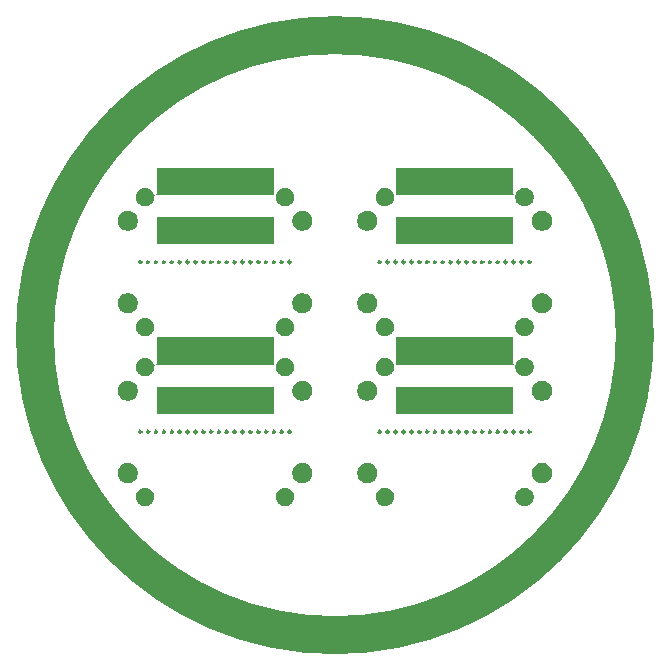
<source format=gbr>
G04 #@! TF.GenerationSoftware,KiCad,Pcbnew,(5.1.6)-1*
G04 #@! TF.CreationDate,2020-07-22T15:01:34-06:00*
G04 #@! TF.ProjectId,Gateway04,47617465-7761-4793-9034-2e6b69636164,rev?*
G04 #@! TF.SameCoordinates,Original*
G04 #@! TF.FileFunction,Soldermask,Bot*
G04 #@! TF.FilePolarity,Negative*
%FSLAX46Y46*%
G04 Gerber Fmt 4.6, Leading zero omitted, Abs format (unit mm)*
G04 Created by KiCad (PCBNEW (5.1.6)-1) date 2020-07-22 15:01:34*
%MOMM*%
%LPD*%
G01*
G04 APERTURE LIST*
%ADD10C,3.200000*%
%ADD11C,0.250000*%
%ADD12C,0.100000*%
G04 APERTURE END LIST*
D10*
X119252000Y-97250000D02*
G75*
G03*
X119252000Y-97250000I-25400000J0D01*
G01*
D11*
X101767200Y-105443000D02*
G75*
G03*
X101767200Y-105443000I-100000J0D01*
G01*
X81483200Y-105443000D02*
G75*
G03*
X81483200Y-105443000I-100000J0D01*
G01*
X101767200Y-91057000D02*
G75*
G03*
X101767200Y-91057000I-100000J0D01*
G01*
X105756000Y-105443000D02*
G75*
G03*
X105756000Y-105443000I-100000J0D01*
G01*
X85472000Y-105443000D02*
G75*
G03*
X85472000Y-105443000I-100000J0D01*
G01*
X105756000Y-91057000D02*
G75*
G03*
X105756000Y-91057000I-100000J0D01*
G01*
X106420800Y-105443000D02*
G75*
G03*
X106420800Y-105443000I-100000J0D01*
G01*
X86136800Y-105443000D02*
G75*
G03*
X86136800Y-105443000I-100000J0D01*
G01*
X106420800Y-91057000D02*
G75*
G03*
X106420800Y-91057000I-100000J0D01*
G01*
X103096800Y-105443000D02*
G75*
G03*
X103096800Y-105443000I-100000J0D01*
G01*
X82812800Y-105443000D02*
G75*
G03*
X82812800Y-105443000I-100000J0D01*
G01*
X103096800Y-91057000D02*
G75*
G03*
X103096800Y-91057000I-100000J0D01*
G01*
X103761600Y-105443000D02*
G75*
G03*
X103761600Y-105443000I-100000J0D01*
G01*
X83477600Y-105443000D02*
G75*
G03*
X83477600Y-105443000I-100000J0D01*
G01*
X103761600Y-91057000D02*
G75*
G03*
X103761600Y-91057000I-100000J0D01*
G01*
X99772800Y-105443000D02*
G75*
G03*
X99772800Y-105443000I-100000J0D01*
G01*
X79488800Y-105443000D02*
G75*
G03*
X79488800Y-105443000I-100000J0D01*
G01*
X99772800Y-91057000D02*
G75*
G03*
X99772800Y-91057000I-100000J0D01*
G01*
X107085600Y-105443000D02*
G75*
G03*
X107085600Y-105443000I-100000J0D01*
G01*
X86801600Y-105443000D02*
G75*
G03*
X86801600Y-105443000I-100000J0D01*
G01*
X107085600Y-91057000D02*
G75*
G03*
X107085600Y-91057000I-100000J0D01*
G01*
X104426400Y-105443000D02*
G75*
G03*
X104426400Y-105443000I-100000J0D01*
G01*
X84142400Y-105443000D02*
G75*
G03*
X84142400Y-105443000I-100000J0D01*
G01*
X104426400Y-91057000D02*
G75*
G03*
X104426400Y-91057000I-100000J0D01*
G01*
X100437600Y-105443000D02*
G75*
G03*
X100437600Y-105443000I-100000J0D01*
G01*
X80153600Y-105443000D02*
G75*
G03*
X80153600Y-105443000I-100000J0D01*
G01*
X100437600Y-91057000D02*
G75*
G03*
X100437600Y-91057000I-100000J0D01*
G01*
X98423200Y-105443000D02*
G75*
G03*
X98423200Y-105443000I-100000J0D01*
G01*
X78139200Y-105443000D02*
G75*
G03*
X78139200Y-105443000I-100000J0D01*
G01*
X98423200Y-91057000D02*
G75*
G03*
X98423200Y-91057000I-100000J0D01*
G01*
X108415200Y-105443000D02*
G75*
G03*
X108415200Y-105443000I-100000J0D01*
G01*
X88131200Y-105443000D02*
G75*
G03*
X88131200Y-105443000I-100000J0D01*
G01*
X108415200Y-91057000D02*
G75*
G03*
X108415200Y-91057000I-100000J0D01*
G01*
X110409600Y-105443000D02*
G75*
G03*
X110409600Y-105443000I-100000J0D01*
G01*
X90125600Y-105443000D02*
G75*
G03*
X90125600Y-105443000I-100000J0D01*
G01*
X110409600Y-91057000D02*
G75*
G03*
X110409600Y-91057000I-100000J0D01*
G01*
X109080000Y-105443000D02*
G75*
G03*
X109080000Y-105443000I-100000J0D01*
G01*
X88796000Y-105443000D02*
G75*
G03*
X88796000Y-105443000I-100000J0D01*
G01*
X109080000Y-91057000D02*
G75*
G03*
X109080000Y-91057000I-100000J0D01*
G01*
X107750400Y-105443000D02*
G75*
G03*
X107750400Y-105443000I-100000J0D01*
G01*
X87466400Y-105443000D02*
G75*
G03*
X87466400Y-105443000I-100000J0D01*
G01*
X107750400Y-91057000D02*
G75*
G03*
X107750400Y-91057000I-100000J0D01*
G01*
X109744800Y-105443000D02*
G75*
G03*
X109744800Y-105443000I-100000J0D01*
G01*
X89460800Y-105443000D02*
G75*
G03*
X89460800Y-105443000I-100000J0D01*
G01*
X109744800Y-91057000D02*
G75*
G03*
X109744800Y-91057000I-100000J0D01*
G01*
X97758400Y-105443000D02*
G75*
G03*
X97758400Y-105443000I-100000J0D01*
G01*
X77474400Y-105443000D02*
G75*
G03*
X77474400Y-105443000I-100000J0D01*
G01*
X97758400Y-91057000D02*
G75*
G03*
X97758400Y-91057000I-100000J0D01*
G01*
X101102400Y-105443000D02*
G75*
G03*
X101102400Y-105443000I-100000J0D01*
G01*
X80818400Y-105443000D02*
G75*
G03*
X80818400Y-105443000I-100000J0D01*
G01*
X101102400Y-91057000D02*
G75*
G03*
X101102400Y-91057000I-100000J0D01*
G01*
X102432000Y-105443000D02*
G75*
G03*
X102432000Y-105443000I-100000J0D01*
G01*
X82148000Y-105443000D02*
G75*
G03*
X82148000Y-105443000I-100000J0D01*
G01*
X102432000Y-91057000D02*
G75*
G03*
X102432000Y-91057000I-100000J0D01*
G01*
X99088000Y-105443000D02*
G75*
G03*
X99088000Y-105443000I-100000J0D01*
G01*
X78804000Y-105443000D02*
G75*
G03*
X78804000Y-105443000I-100000J0D01*
G01*
X99088000Y-91057000D02*
G75*
G03*
X99088000Y-91057000I-100000J0D01*
G01*
X105091200Y-105443000D02*
G75*
G03*
X105091200Y-105443000I-100000J0D01*
G01*
X84807200Y-105443000D02*
G75*
G03*
X84807200Y-105443000I-100000J0D01*
G01*
X105091200Y-91057000D02*
G75*
G03*
X105091200Y-91057000I-100000J0D01*
G01*
X84807200Y-91057000D02*
G75*
G03*
X84807200Y-91057000I-100000J0D01*
G01*
X78804000Y-91057000D02*
G75*
G03*
X78804000Y-91057000I-100000J0D01*
G01*
X82148000Y-91057000D02*
G75*
G03*
X82148000Y-91057000I-100000J0D01*
G01*
X80818400Y-91057000D02*
G75*
G03*
X80818400Y-91057000I-100000J0D01*
G01*
X77474400Y-91057000D02*
G75*
G03*
X77474400Y-91057000I-100000J0D01*
G01*
X89460800Y-91057000D02*
G75*
G03*
X89460800Y-91057000I-100000J0D01*
G01*
X87466400Y-91057000D02*
G75*
G03*
X87466400Y-91057000I-100000J0D01*
G01*
X88796000Y-91057000D02*
G75*
G03*
X88796000Y-91057000I-100000J0D01*
G01*
X90125600Y-91057000D02*
G75*
G03*
X90125600Y-91057000I-100000J0D01*
G01*
X88131200Y-91057000D02*
G75*
G03*
X88131200Y-91057000I-100000J0D01*
G01*
X78139200Y-91057000D02*
G75*
G03*
X78139200Y-91057000I-100000J0D01*
G01*
X80153600Y-91057000D02*
G75*
G03*
X80153600Y-91057000I-100000J0D01*
G01*
X84142400Y-91057000D02*
G75*
G03*
X84142400Y-91057000I-100000J0D01*
G01*
X86801600Y-91057000D02*
G75*
G03*
X86801600Y-91057000I-100000J0D01*
G01*
X79488800Y-91057000D02*
G75*
G03*
X79488800Y-91057000I-100000J0D01*
G01*
X83477600Y-91057000D02*
G75*
G03*
X83477600Y-91057000I-100000J0D01*
G01*
X82812800Y-91057000D02*
G75*
G03*
X82812800Y-91057000I-100000J0D01*
G01*
X86136800Y-91057000D02*
G75*
G03*
X86136800Y-91057000I-100000J0D01*
G01*
X85472000Y-91057000D02*
G75*
G03*
X85472000Y-91057000I-100000J0D01*
G01*
X81483200Y-91057000D02*
G75*
G03*
X81483200Y-91057000I-100000J0D01*
G01*
D12*
G36*
X89856348Y-110186820D02*
G01*
X89856350Y-110186821D01*
X89856351Y-110186821D01*
X89997574Y-110245317D01*
X89997577Y-110245319D01*
X90124669Y-110330239D01*
X90232761Y-110438331D01*
X90317681Y-110565423D01*
X90317683Y-110565426D01*
X90376179Y-110706649D01*
X90406000Y-110856571D01*
X90406000Y-111009429D01*
X90376179Y-111159351D01*
X90317683Y-111300574D01*
X90317681Y-111300577D01*
X90232761Y-111427669D01*
X90124669Y-111535761D01*
X89997577Y-111620681D01*
X89997574Y-111620683D01*
X89856351Y-111679179D01*
X89856350Y-111679179D01*
X89856348Y-111679180D01*
X89706431Y-111709000D01*
X89553569Y-111709000D01*
X89403652Y-111679180D01*
X89403650Y-111679179D01*
X89403649Y-111679179D01*
X89262426Y-111620683D01*
X89262423Y-111620681D01*
X89135331Y-111535761D01*
X89027239Y-111427669D01*
X88942319Y-111300577D01*
X88942317Y-111300574D01*
X88883821Y-111159351D01*
X88854000Y-111009429D01*
X88854000Y-110856571D01*
X88883821Y-110706649D01*
X88942317Y-110565426D01*
X88942319Y-110565423D01*
X89027239Y-110438331D01*
X89135331Y-110330239D01*
X89262423Y-110245319D01*
X89262426Y-110245317D01*
X89403649Y-110186821D01*
X89403650Y-110186821D01*
X89403652Y-110186820D01*
X89553569Y-110157000D01*
X89706431Y-110157000D01*
X89856348Y-110186820D01*
G37*
G36*
X78016348Y-110186820D02*
G01*
X78016350Y-110186821D01*
X78016351Y-110186821D01*
X78157574Y-110245317D01*
X78157577Y-110245319D01*
X78284669Y-110330239D01*
X78392761Y-110438331D01*
X78477681Y-110565423D01*
X78477683Y-110565426D01*
X78536179Y-110706649D01*
X78566000Y-110856571D01*
X78566000Y-111009429D01*
X78536179Y-111159351D01*
X78477683Y-111300574D01*
X78477681Y-111300577D01*
X78392761Y-111427669D01*
X78284669Y-111535761D01*
X78157577Y-111620681D01*
X78157574Y-111620683D01*
X78016351Y-111679179D01*
X78016350Y-111679179D01*
X78016348Y-111679180D01*
X77866431Y-111709000D01*
X77713569Y-111709000D01*
X77563652Y-111679180D01*
X77563650Y-111679179D01*
X77563649Y-111679179D01*
X77422426Y-111620683D01*
X77422423Y-111620681D01*
X77295331Y-111535761D01*
X77187239Y-111427669D01*
X77102319Y-111300577D01*
X77102317Y-111300574D01*
X77043821Y-111159351D01*
X77014000Y-111009429D01*
X77014000Y-110856571D01*
X77043821Y-110706649D01*
X77102317Y-110565426D01*
X77102319Y-110565423D01*
X77187239Y-110438331D01*
X77295331Y-110330239D01*
X77422423Y-110245319D01*
X77422426Y-110245317D01*
X77563649Y-110186821D01*
X77563650Y-110186821D01*
X77563652Y-110186820D01*
X77713569Y-110157000D01*
X77866431Y-110157000D01*
X78016348Y-110186820D01*
G37*
G36*
X110140348Y-110186820D02*
G01*
X110140350Y-110186821D01*
X110140351Y-110186821D01*
X110281574Y-110245317D01*
X110281577Y-110245319D01*
X110408669Y-110330239D01*
X110516761Y-110438331D01*
X110601681Y-110565423D01*
X110601683Y-110565426D01*
X110660179Y-110706649D01*
X110690000Y-110856571D01*
X110690000Y-111009429D01*
X110660179Y-111159351D01*
X110601683Y-111300574D01*
X110601681Y-111300577D01*
X110516761Y-111427669D01*
X110408669Y-111535761D01*
X110281577Y-111620681D01*
X110281574Y-111620683D01*
X110140351Y-111679179D01*
X110140350Y-111679179D01*
X110140348Y-111679180D01*
X109990431Y-111709000D01*
X109837569Y-111709000D01*
X109687652Y-111679180D01*
X109687650Y-111679179D01*
X109687649Y-111679179D01*
X109546426Y-111620683D01*
X109546423Y-111620681D01*
X109419331Y-111535761D01*
X109311239Y-111427669D01*
X109226319Y-111300577D01*
X109226317Y-111300574D01*
X109167821Y-111159351D01*
X109138000Y-111009429D01*
X109138000Y-110856571D01*
X109167821Y-110706649D01*
X109226317Y-110565426D01*
X109226319Y-110565423D01*
X109311239Y-110438331D01*
X109419331Y-110330239D01*
X109546423Y-110245319D01*
X109546426Y-110245317D01*
X109687649Y-110186821D01*
X109687650Y-110186821D01*
X109687652Y-110186820D01*
X109837569Y-110157000D01*
X109990431Y-110157000D01*
X110140348Y-110186820D01*
G37*
G36*
X98300348Y-110186820D02*
G01*
X98300350Y-110186821D01*
X98300351Y-110186821D01*
X98441574Y-110245317D01*
X98441577Y-110245319D01*
X98568669Y-110330239D01*
X98676761Y-110438331D01*
X98761681Y-110565423D01*
X98761683Y-110565426D01*
X98820179Y-110706649D01*
X98850000Y-110856571D01*
X98850000Y-111009429D01*
X98820179Y-111159351D01*
X98761683Y-111300574D01*
X98761681Y-111300577D01*
X98676761Y-111427669D01*
X98568669Y-111535761D01*
X98441577Y-111620681D01*
X98441574Y-111620683D01*
X98300351Y-111679179D01*
X98300350Y-111679179D01*
X98300348Y-111679180D01*
X98150431Y-111709000D01*
X97997569Y-111709000D01*
X97847652Y-111679180D01*
X97847650Y-111679179D01*
X97847649Y-111679179D01*
X97706426Y-111620683D01*
X97706423Y-111620681D01*
X97579331Y-111535761D01*
X97471239Y-111427669D01*
X97386319Y-111300577D01*
X97386317Y-111300574D01*
X97327821Y-111159351D01*
X97298000Y-111009429D01*
X97298000Y-110856571D01*
X97327821Y-110706649D01*
X97386317Y-110565426D01*
X97386319Y-110565423D01*
X97471239Y-110438331D01*
X97579331Y-110330239D01*
X97706423Y-110245319D01*
X97706426Y-110245317D01*
X97847649Y-110186821D01*
X97847650Y-110186821D01*
X97847652Y-110186820D01*
X97997569Y-110157000D01*
X98150431Y-110157000D01*
X98300348Y-110186820D01*
G37*
G36*
X76563228Y-108114703D02*
G01*
X76718100Y-108178853D01*
X76857481Y-108271985D01*
X76976015Y-108390519D01*
X77069147Y-108529900D01*
X77133297Y-108684772D01*
X77166000Y-108849184D01*
X77166000Y-109016816D01*
X77133297Y-109181228D01*
X77069147Y-109336100D01*
X76976015Y-109475481D01*
X76857481Y-109594015D01*
X76718100Y-109687147D01*
X76563228Y-109751297D01*
X76398816Y-109784000D01*
X76231184Y-109784000D01*
X76066772Y-109751297D01*
X75911900Y-109687147D01*
X75772519Y-109594015D01*
X75653985Y-109475481D01*
X75560853Y-109336100D01*
X75496703Y-109181228D01*
X75464000Y-109016816D01*
X75464000Y-108849184D01*
X75496703Y-108684772D01*
X75560853Y-108529900D01*
X75653985Y-108390519D01*
X75772519Y-108271985D01*
X75911900Y-108178853D01*
X76066772Y-108114703D01*
X76231184Y-108082000D01*
X76398816Y-108082000D01*
X76563228Y-108114703D01*
G37*
G36*
X91353228Y-108114703D02*
G01*
X91508100Y-108178853D01*
X91647481Y-108271985D01*
X91766015Y-108390519D01*
X91859147Y-108529900D01*
X91923297Y-108684772D01*
X91956000Y-108849184D01*
X91956000Y-109016816D01*
X91923297Y-109181228D01*
X91859147Y-109336100D01*
X91766015Y-109475481D01*
X91647481Y-109594015D01*
X91508100Y-109687147D01*
X91353228Y-109751297D01*
X91188816Y-109784000D01*
X91021184Y-109784000D01*
X90856772Y-109751297D01*
X90701900Y-109687147D01*
X90562519Y-109594015D01*
X90443985Y-109475481D01*
X90350853Y-109336100D01*
X90286703Y-109181228D01*
X90254000Y-109016816D01*
X90254000Y-108849184D01*
X90286703Y-108684772D01*
X90350853Y-108529900D01*
X90443985Y-108390519D01*
X90562519Y-108271985D01*
X90701900Y-108178853D01*
X90856772Y-108114703D01*
X91021184Y-108082000D01*
X91188816Y-108082000D01*
X91353228Y-108114703D01*
G37*
G36*
X111637228Y-108114703D02*
G01*
X111792100Y-108178853D01*
X111931481Y-108271985D01*
X112050015Y-108390519D01*
X112143147Y-108529900D01*
X112207297Y-108684772D01*
X112240000Y-108849184D01*
X112240000Y-109016816D01*
X112207297Y-109181228D01*
X112143147Y-109336100D01*
X112050015Y-109475481D01*
X111931481Y-109594015D01*
X111792100Y-109687147D01*
X111637228Y-109751297D01*
X111472816Y-109784000D01*
X111305184Y-109784000D01*
X111140772Y-109751297D01*
X110985900Y-109687147D01*
X110846519Y-109594015D01*
X110727985Y-109475481D01*
X110634853Y-109336100D01*
X110570703Y-109181228D01*
X110538000Y-109016816D01*
X110538000Y-108849184D01*
X110570703Y-108684772D01*
X110634853Y-108529900D01*
X110727985Y-108390519D01*
X110846519Y-108271985D01*
X110985900Y-108178853D01*
X111140772Y-108114703D01*
X111305184Y-108082000D01*
X111472816Y-108082000D01*
X111637228Y-108114703D01*
G37*
G36*
X96847228Y-108114703D02*
G01*
X97002100Y-108178853D01*
X97141481Y-108271985D01*
X97260015Y-108390519D01*
X97353147Y-108529900D01*
X97417297Y-108684772D01*
X97450000Y-108849184D01*
X97450000Y-109016816D01*
X97417297Y-109181228D01*
X97353147Y-109336100D01*
X97260015Y-109475481D01*
X97141481Y-109594015D01*
X97002100Y-109687147D01*
X96847228Y-109751297D01*
X96682816Y-109784000D01*
X96515184Y-109784000D01*
X96350772Y-109751297D01*
X96195900Y-109687147D01*
X96056519Y-109594015D01*
X95937985Y-109475481D01*
X95844853Y-109336100D01*
X95780703Y-109181228D01*
X95748000Y-109016816D01*
X95748000Y-108849184D01*
X95780703Y-108684772D01*
X95844853Y-108529900D01*
X95937985Y-108390519D01*
X96056519Y-108271985D01*
X96195900Y-108178853D01*
X96350772Y-108114703D01*
X96515184Y-108082000D01*
X96682816Y-108082000D01*
X96847228Y-108114703D01*
G37*
G36*
X88660000Y-103943000D02*
G01*
X78760000Y-103943000D01*
X78760000Y-101643000D01*
X88660000Y-101643000D01*
X88660000Y-103943000D01*
G37*
G36*
X108944000Y-103943000D02*
G01*
X99044000Y-103943000D01*
X99044000Y-101643000D01*
X108944000Y-101643000D01*
X108944000Y-103943000D01*
G37*
G36*
X96847228Y-101134703D02*
G01*
X97002100Y-101198853D01*
X97141481Y-101291985D01*
X97260015Y-101410519D01*
X97353147Y-101549900D01*
X97417297Y-101704772D01*
X97450000Y-101869184D01*
X97450000Y-102036816D01*
X97417297Y-102201228D01*
X97353147Y-102356100D01*
X97260015Y-102495481D01*
X97141481Y-102614015D01*
X97002100Y-102707147D01*
X96847228Y-102771297D01*
X96682816Y-102804000D01*
X96515184Y-102804000D01*
X96350772Y-102771297D01*
X96195900Y-102707147D01*
X96056519Y-102614015D01*
X95937985Y-102495481D01*
X95844853Y-102356100D01*
X95780703Y-102201228D01*
X95748000Y-102036816D01*
X95748000Y-101869184D01*
X95780703Y-101704772D01*
X95844853Y-101549900D01*
X95937985Y-101410519D01*
X96056519Y-101291985D01*
X96195900Y-101198853D01*
X96350772Y-101134703D01*
X96515184Y-101102000D01*
X96682816Y-101102000D01*
X96847228Y-101134703D01*
G37*
G36*
X76563228Y-101134703D02*
G01*
X76718100Y-101198853D01*
X76857481Y-101291985D01*
X76976015Y-101410519D01*
X77069147Y-101549900D01*
X77133297Y-101704772D01*
X77166000Y-101869184D01*
X77166000Y-102036816D01*
X77133297Y-102201228D01*
X77069147Y-102356100D01*
X76976015Y-102495481D01*
X76857481Y-102614015D01*
X76718100Y-102707147D01*
X76563228Y-102771297D01*
X76398816Y-102804000D01*
X76231184Y-102804000D01*
X76066772Y-102771297D01*
X75911900Y-102707147D01*
X75772519Y-102614015D01*
X75653985Y-102495481D01*
X75560853Y-102356100D01*
X75496703Y-102201228D01*
X75464000Y-102036816D01*
X75464000Y-101869184D01*
X75496703Y-101704772D01*
X75560853Y-101549900D01*
X75653985Y-101410519D01*
X75772519Y-101291985D01*
X75911900Y-101198853D01*
X76066772Y-101134703D01*
X76231184Y-101102000D01*
X76398816Y-101102000D01*
X76563228Y-101134703D01*
G37*
G36*
X111637228Y-101134703D02*
G01*
X111792100Y-101198853D01*
X111931481Y-101291985D01*
X112050015Y-101410519D01*
X112143147Y-101549900D01*
X112207297Y-101704772D01*
X112240000Y-101869184D01*
X112240000Y-102036816D01*
X112207297Y-102201228D01*
X112143147Y-102356100D01*
X112050015Y-102495481D01*
X111931481Y-102614015D01*
X111792100Y-102707147D01*
X111637228Y-102771297D01*
X111472816Y-102804000D01*
X111305184Y-102804000D01*
X111140772Y-102771297D01*
X110985900Y-102707147D01*
X110846519Y-102614015D01*
X110727985Y-102495481D01*
X110634853Y-102356100D01*
X110570703Y-102201228D01*
X110538000Y-102036816D01*
X110538000Y-101869184D01*
X110570703Y-101704772D01*
X110634853Y-101549900D01*
X110727985Y-101410519D01*
X110846519Y-101291985D01*
X110985900Y-101198853D01*
X111140772Y-101134703D01*
X111305184Y-101102000D01*
X111472816Y-101102000D01*
X111637228Y-101134703D01*
G37*
G36*
X91353228Y-101134703D02*
G01*
X91508100Y-101198853D01*
X91647481Y-101291985D01*
X91766015Y-101410519D01*
X91859147Y-101549900D01*
X91923297Y-101704772D01*
X91956000Y-101869184D01*
X91956000Y-102036816D01*
X91923297Y-102201228D01*
X91859147Y-102356100D01*
X91766015Y-102495481D01*
X91647481Y-102614015D01*
X91508100Y-102707147D01*
X91353228Y-102771297D01*
X91188816Y-102804000D01*
X91021184Y-102804000D01*
X90856772Y-102771297D01*
X90701900Y-102707147D01*
X90562519Y-102614015D01*
X90443985Y-102495481D01*
X90350853Y-102356100D01*
X90286703Y-102201228D01*
X90254000Y-102036816D01*
X90254000Y-101869184D01*
X90286703Y-101704772D01*
X90350853Y-101549900D01*
X90443985Y-101410519D01*
X90562519Y-101291985D01*
X90701900Y-101198853D01*
X90856772Y-101134703D01*
X91021184Y-101102000D01*
X91188816Y-101102000D01*
X91353228Y-101134703D01*
G37*
G36*
X110140348Y-99206820D02*
G01*
X110140350Y-99206821D01*
X110140351Y-99206821D01*
X110281574Y-99265317D01*
X110281577Y-99265319D01*
X110408669Y-99350239D01*
X110516761Y-99458331D01*
X110601681Y-99585423D01*
X110601683Y-99585426D01*
X110652468Y-99708033D01*
X110660180Y-99726652D01*
X110688295Y-99867999D01*
X110690000Y-99876571D01*
X110690000Y-100029429D01*
X110660179Y-100179351D01*
X110601683Y-100320574D01*
X110601681Y-100320577D01*
X110516761Y-100447669D01*
X110408669Y-100555761D01*
X110281577Y-100640681D01*
X110281574Y-100640683D01*
X110140351Y-100699179D01*
X110140350Y-100699179D01*
X110140348Y-100699180D01*
X109990431Y-100729000D01*
X109837569Y-100729000D01*
X109687652Y-100699180D01*
X109687650Y-100699179D01*
X109687649Y-100699179D01*
X109546426Y-100640683D01*
X109546423Y-100640681D01*
X109419331Y-100555761D01*
X109311239Y-100447669D01*
X109226319Y-100320577D01*
X109226317Y-100320574D01*
X109167821Y-100179351D01*
X109138000Y-100029429D01*
X109138000Y-99867999D01*
X109135598Y-99843613D01*
X109128485Y-99820164D01*
X109116934Y-99798553D01*
X109101389Y-99779611D01*
X109082447Y-99764066D01*
X109079596Y-99762542D01*
X109093385Y-99761184D01*
X109116834Y-99754071D01*
X109138445Y-99742520D01*
X109157387Y-99726975D01*
X109172932Y-99708033D01*
X109184483Y-99686423D01*
X109194197Y-99662972D01*
X109226317Y-99585426D01*
X109226319Y-99585423D01*
X109311239Y-99458331D01*
X109419331Y-99350239D01*
X109546423Y-99265319D01*
X109546426Y-99265317D01*
X109687649Y-99206821D01*
X109687650Y-99206821D01*
X109687652Y-99206820D01*
X109837569Y-99177000D01*
X109990431Y-99177000D01*
X110140348Y-99206820D01*
G37*
G36*
X98300348Y-99206820D02*
G01*
X98300350Y-99206821D01*
X98300351Y-99206821D01*
X98441574Y-99265317D01*
X98441577Y-99265319D01*
X98568669Y-99350239D01*
X98676761Y-99458331D01*
X98761681Y-99585423D01*
X98761683Y-99585426D01*
X98793803Y-99662972D01*
X98803517Y-99686423D01*
X98815069Y-99708033D01*
X98830614Y-99726975D01*
X98849556Y-99742520D01*
X98871167Y-99754071D01*
X98894616Y-99761184D01*
X98908404Y-99762542D01*
X98905553Y-99764066D01*
X98886611Y-99779611D01*
X98871066Y-99798553D01*
X98859515Y-99820164D01*
X98852402Y-99843613D01*
X98850000Y-99867999D01*
X98850000Y-100029429D01*
X98820179Y-100179351D01*
X98761683Y-100320574D01*
X98761681Y-100320577D01*
X98676761Y-100447669D01*
X98568669Y-100555761D01*
X98441577Y-100640681D01*
X98441574Y-100640683D01*
X98300351Y-100699179D01*
X98300350Y-100699179D01*
X98300348Y-100699180D01*
X98150431Y-100729000D01*
X97997569Y-100729000D01*
X97847652Y-100699180D01*
X97847650Y-100699179D01*
X97847649Y-100699179D01*
X97706426Y-100640683D01*
X97706423Y-100640681D01*
X97579331Y-100555761D01*
X97471239Y-100447669D01*
X97386319Y-100320577D01*
X97386317Y-100320574D01*
X97327821Y-100179351D01*
X97298000Y-100029429D01*
X97298000Y-99876571D01*
X97299705Y-99867999D01*
X97327820Y-99726652D01*
X97335532Y-99708033D01*
X97386317Y-99585426D01*
X97386319Y-99585423D01*
X97471239Y-99458331D01*
X97579331Y-99350239D01*
X97706423Y-99265319D01*
X97706426Y-99265317D01*
X97847649Y-99206821D01*
X97847650Y-99206821D01*
X97847652Y-99206820D01*
X97997569Y-99177000D01*
X98150431Y-99177000D01*
X98300348Y-99206820D01*
G37*
G36*
X89856348Y-99206820D02*
G01*
X89856350Y-99206821D01*
X89856351Y-99206821D01*
X89997574Y-99265317D01*
X89997577Y-99265319D01*
X90124669Y-99350239D01*
X90232761Y-99458331D01*
X90317681Y-99585423D01*
X90317683Y-99585426D01*
X90368468Y-99708033D01*
X90376180Y-99726652D01*
X90404295Y-99867999D01*
X90406000Y-99876571D01*
X90406000Y-100029429D01*
X90376179Y-100179351D01*
X90317683Y-100320574D01*
X90317681Y-100320577D01*
X90232761Y-100447669D01*
X90124669Y-100555761D01*
X89997577Y-100640681D01*
X89997574Y-100640683D01*
X89856351Y-100699179D01*
X89856350Y-100699179D01*
X89856348Y-100699180D01*
X89706431Y-100729000D01*
X89553569Y-100729000D01*
X89403652Y-100699180D01*
X89403650Y-100699179D01*
X89403649Y-100699179D01*
X89262426Y-100640683D01*
X89262423Y-100640681D01*
X89135331Y-100555761D01*
X89027239Y-100447669D01*
X88942319Y-100320577D01*
X88942317Y-100320574D01*
X88883821Y-100179351D01*
X88854000Y-100029429D01*
X88854000Y-99867999D01*
X88851598Y-99843613D01*
X88844485Y-99820164D01*
X88832934Y-99798553D01*
X88817389Y-99779611D01*
X88798447Y-99764066D01*
X88795596Y-99762542D01*
X88809385Y-99761184D01*
X88832834Y-99754071D01*
X88854445Y-99742520D01*
X88873387Y-99726975D01*
X88888932Y-99708033D01*
X88900483Y-99686423D01*
X88910197Y-99662972D01*
X88942317Y-99585426D01*
X88942319Y-99585423D01*
X89027239Y-99458331D01*
X89135331Y-99350239D01*
X89262423Y-99265319D01*
X89262426Y-99265317D01*
X89403649Y-99206821D01*
X89403650Y-99206821D01*
X89403652Y-99206820D01*
X89553569Y-99177000D01*
X89706431Y-99177000D01*
X89856348Y-99206820D01*
G37*
G36*
X78016348Y-99206820D02*
G01*
X78016350Y-99206821D01*
X78016351Y-99206821D01*
X78157574Y-99265317D01*
X78157577Y-99265319D01*
X78284669Y-99350239D01*
X78392761Y-99458331D01*
X78477681Y-99585423D01*
X78477683Y-99585426D01*
X78509803Y-99662972D01*
X78519517Y-99686423D01*
X78531069Y-99708033D01*
X78546614Y-99726975D01*
X78565556Y-99742520D01*
X78587167Y-99754071D01*
X78610616Y-99761184D01*
X78624404Y-99762542D01*
X78621553Y-99764066D01*
X78602611Y-99779611D01*
X78587066Y-99798553D01*
X78575515Y-99820164D01*
X78568402Y-99843613D01*
X78566000Y-99867999D01*
X78566000Y-100029429D01*
X78536179Y-100179351D01*
X78477683Y-100320574D01*
X78477681Y-100320577D01*
X78392761Y-100447669D01*
X78284669Y-100555761D01*
X78157577Y-100640681D01*
X78157574Y-100640683D01*
X78016351Y-100699179D01*
X78016350Y-100699179D01*
X78016348Y-100699180D01*
X77866431Y-100729000D01*
X77713569Y-100729000D01*
X77563652Y-100699180D01*
X77563650Y-100699179D01*
X77563649Y-100699179D01*
X77422426Y-100640683D01*
X77422423Y-100640681D01*
X77295331Y-100555761D01*
X77187239Y-100447669D01*
X77102319Y-100320577D01*
X77102317Y-100320574D01*
X77043821Y-100179351D01*
X77014000Y-100029429D01*
X77014000Y-99876571D01*
X77015705Y-99867999D01*
X77043820Y-99726652D01*
X77051532Y-99708033D01*
X77102317Y-99585426D01*
X77102319Y-99585423D01*
X77187239Y-99458331D01*
X77295331Y-99350239D01*
X77422423Y-99265319D01*
X77422426Y-99265317D01*
X77563649Y-99206821D01*
X77563650Y-99206821D01*
X77563652Y-99206820D01*
X77713569Y-99177000D01*
X77866431Y-99177000D01*
X78016348Y-99206820D01*
G37*
G36*
X88660000Y-99638587D02*
G01*
X88662402Y-99662973D01*
X88669515Y-99686422D01*
X88681066Y-99708033D01*
X88696611Y-99726975D01*
X88715553Y-99742520D01*
X88716451Y-99743000D01*
X78703547Y-99743000D01*
X78704447Y-99742519D01*
X78723389Y-99726974D01*
X78738934Y-99708032D01*
X78750485Y-99686421D01*
X78757598Y-99662972D01*
X78760000Y-99638587D01*
X78760000Y-97443000D01*
X88660000Y-97443000D01*
X88660000Y-99638587D01*
G37*
G36*
X108944000Y-99638587D02*
G01*
X108946402Y-99662973D01*
X108953515Y-99686422D01*
X108965066Y-99708033D01*
X108980611Y-99726975D01*
X108999553Y-99742520D01*
X109000451Y-99743000D01*
X98987547Y-99743000D01*
X98988447Y-99742519D01*
X99007389Y-99726974D01*
X99022934Y-99708032D01*
X99034485Y-99686421D01*
X99041598Y-99662972D01*
X99044000Y-99638587D01*
X99044000Y-97443000D01*
X108944000Y-97443000D01*
X108944000Y-99638587D01*
G37*
G36*
X89856348Y-95800820D02*
G01*
X89856350Y-95800821D01*
X89856351Y-95800821D01*
X89997574Y-95859317D01*
X89997577Y-95859319D01*
X90124669Y-95944239D01*
X90232761Y-96052331D01*
X90317681Y-96179423D01*
X90317683Y-96179426D01*
X90376179Y-96320649D01*
X90406000Y-96470571D01*
X90406000Y-96623429D01*
X90376179Y-96773351D01*
X90317683Y-96914574D01*
X90317681Y-96914577D01*
X90232761Y-97041669D01*
X90124669Y-97149761D01*
X89997577Y-97234681D01*
X89997574Y-97234683D01*
X89856351Y-97293179D01*
X89856350Y-97293179D01*
X89856348Y-97293180D01*
X89706431Y-97323000D01*
X89553569Y-97323000D01*
X89403652Y-97293180D01*
X89403650Y-97293179D01*
X89403649Y-97293179D01*
X89262426Y-97234683D01*
X89262423Y-97234681D01*
X89135331Y-97149761D01*
X89027239Y-97041669D01*
X88942319Y-96914577D01*
X88942317Y-96914574D01*
X88883821Y-96773351D01*
X88854000Y-96623429D01*
X88854000Y-96470571D01*
X88883821Y-96320649D01*
X88942317Y-96179426D01*
X88942319Y-96179423D01*
X89027239Y-96052331D01*
X89135331Y-95944239D01*
X89262423Y-95859319D01*
X89262426Y-95859317D01*
X89403649Y-95800821D01*
X89403650Y-95800821D01*
X89403652Y-95800820D01*
X89553569Y-95771000D01*
X89706431Y-95771000D01*
X89856348Y-95800820D01*
G37*
G36*
X98300348Y-95800820D02*
G01*
X98300350Y-95800821D01*
X98300351Y-95800821D01*
X98441574Y-95859317D01*
X98441577Y-95859319D01*
X98568669Y-95944239D01*
X98676761Y-96052331D01*
X98761681Y-96179423D01*
X98761683Y-96179426D01*
X98820179Y-96320649D01*
X98850000Y-96470571D01*
X98850000Y-96623429D01*
X98820179Y-96773351D01*
X98761683Y-96914574D01*
X98761681Y-96914577D01*
X98676761Y-97041669D01*
X98568669Y-97149761D01*
X98441577Y-97234681D01*
X98441574Y-97234683D01*
X98300351Y-97293179D01*
X98300350Y-97293179D01*
X98300348Y-97293180D01*
X98150431Y-97323000D01*
X97997569Y-97323000D01*
X97847652Y-97293180D01*
X97847650Y-97293179D01*
X97847649Y-97293179D01*
X97706426Y-97234683D01*
X97706423Y-97234681D01*
X97579331Y-97149761D01*
X97471239Y-97041669D01*
X97386319Y-96914577D01*
X97386317Y-96914574D01*
X97327821Y-96773351D01*
X97298000Y-96623429D01*
X97298000Y-96470571D01*
X97327821Y-96320649D01*
X97386317Y-96179426D01*
X97386319Y-96179423D01*
X97471239Y-96052331D01*
X97579331Y-95944239D01*
X97706423Y-95859319D01*
X97706426Y-95859317D01*
X97847649Y-95800821D01*
X97847650Y-95800821D01*
X97847652Y-95800820D01*
X97997569Y-95771000D01*
X98150431Y-95771000D01*
X98300348Y-95800820D01*
G37*
G36*
X110140348Y-95800820D02*
G01*
X110140350Y-95800821D01*
X110140351Y-95800821D01*
X110281574Y-95859317D01*
X110281577Y-95859319D01*
X110408669Y-95944239D01*
X110516761Y-96052331D01*
X110601681Y-96179423D01*
X110601683Y-96179426D01*
X110660179Y-96320649D01*
X110690000Y-96470571D01*
X110690000Y-96623429D01*
X110660179Y-96773351D01*
X110601683Y-96914574D01*
X110601681Y-96914577D01*
X110516761Y-97041669D01*
X110408669Y-97149761D01*
X110281577Y-97234681D01*
X110281574Y-97234683D01*
X110140351Y-97293179D01*
X110140350Y-97293179D01*
X110140348Y-97293180D01*
X109990431Y-97323000D01*
X109837569Y-97323000D01*
X109687652Y-97293180D01*
X109687650Y-97293179D01*
X109687649Y-97293179D01*
X109546426Y-97234683D01*
X109546423Y-97234681D01*
X109419331Y-97149761D01*
X109311239Y-97041669D01*
X109226319Y-96914577D01*
X109226317Y-96914574D01*
X109167821Y-96773351D01*
X109138000Y-96623429D01*
X109138000Y-96470571D01*
X109167821Y-96320649D01*
X109226317Y-96179426D01*
X109226319Y-96179423D01*
X109311239Y-96052331D01*
X109419331Y-95944239D01*
X109546423Y-95859319D01*
X109546426Y-95859317D01*
X109687649Y-95800821D01*
X109687650Y-95800821D01*
X109687652Y-95800820D01*
X109837569Y-95771000D01*
X109990431Y-95771000D01*
X110140348Y-95800820D01*
G37*
G36*
X78016348Y-95800820D02*
G01*
X78016350Y-95800821D01*
X78016351Y-95800821D01*
X78157574Y-95859317D01*
X78157577Y-95859319D01*
X78284669Y-95944239D01*
X78392761Y-96052331D01*
X78477681Y-96179423D01*
X78477683Y-96179426D01*
X78536179Y-96320649D01*
X78566000Y-96470571D01*
X78566000Y-96623429D01*
X78536179Y-96773351D01*
X78477683Y-96914574D01*
X78477681Y-96914577D01*
X78392761Y-97041669D01*
X78284669Y-97149761D01*
X78157577Y-97234681D01*
X78157574Y-97234683D01*
X78016351Y-97293179D01*
X78016350Y-97293179D01*
X78016348Y-97293180D01*
X77866431Y-97323000D01*
X77713569Y-97323000D01*
X77563652Y-97293180D01*
X77563650Y-97293179D01*
X77563649Y-97293179D01*
X77422426Y-97234683D01*
X77422423Y-97234681D01*
X77295331Y-97149761D01*
X77187239Y-97041669D01*
X77102319Y-96914577D01*
X77102317Y-96914574D01*
X77043821Y-96773351D01*
X77014000Y-96623429D01*
X77014000Y-96470571D01*
X77043821Y-96320649D01*
X77102317Y-96179426D01*
X77102319Y-96179423D01*
X77187239Y-96052331D01*
X77295331Y-95944239D01*
X77422423Y-95859319D01*
X77422426Y-95859317D01*
X77563649Y-95800821D01*
X77563650Y-95800821D01*
X77563652Y-95800820D01*
X77713569Y-95771000D01*
X77866431Y-95771000D01*
X78016348Y-95800820D01*
G37*
G36*
X111637228Y-93728703D02*
G01*
X111792100Y-93792853D01*
X111931481Y-93885985D01*
X112050015Y-94004519D01*
X112143147Y-94143900D01*
X112207297Y-94298772D01*
X112240000Y-94463184D01*
X112240000Y-94630816D01*
X112207297Y-94795228D01*
X112143147Y-94950100D01*
X112050015Y-95089481D01*
X111931481Y-95208015D01*
X111792100Y-95301147D01*
X111637228Y-95365297D01*
X111472816Y-95398000D01*
X111305184Y-95398000D01*
X111140772Y-95365297D01*
X110985900Y-95301147D01*
X110846519Y-95208015D01*
X110727985Y-95089481D01*
X110634853Y-94950100D01*
X110570703Y-94795228D01*
X110538000Y-94630816D01*
X110538000Y-94463184D01*
X110570703Y-94298772D01*
X110634853Y-94143900D01*
X110727985Y-94004519D01*
X110846519Y-93885985D01*
X110985900Y-93792853D01*
X111140772Y-93728703D01*
X111305184Y-93696000D01*
X111472816Y-93696000D01*
X111637228Y-93728703D01*
G37*
G36*
X76563228Y-93728703D02*
G01*
X76718100Y-93792853D01*
X76857481Y-93885985D01*
X76976015Y-94004519D01*
X77069147Y-94143900D01*
X77133297Y-94298772D01*
X77166000Y-94463184D01*
X77166000Y-94630816D01*
X77133297Y-94795228D01*
X77069147Y-94950100D01*
X76976015Y-95089481D01*
X76857481Y-95208015D01*
X76718100Y-95301147D01*
X76563228Y-95365297D01*
X76398816Y-95398000D01*
X76231184Y-95398000D01*
X76066772Y-95365297D01*
X75911900Y-95301147D01*
X75772519Y-95208015D01*
X75653985Y-95089481D01*
X75560853Y-94950100D01*
X75496703Y-94795228D01*
X75464000Y-94630816D01*
X75464000Y-94463184D01*
X75496703Y-94298772D01*
X75560853Y-94143900D01*
X75653985Y-94004519D01*
X75772519Y-93885985D01*
X75911900Y-93792853D01*
X76066772Y-93728703D01*
X76231184Y-93696000D01*
X76398816Y-93696000D01*
X76563228Y-93728703D01*
G37*
G36*
X96847228Y-93728703D02*
G01*
X97002100Y-93792853D01*
X97141481Y-93885985D01*
X97260015Y-94004519D01*
X97353147Y-94143900D01*
X97417297Y-94298772D01*
X97450000Y-94463184D01*
X97450000Y-94630816D01*
X97417297Y-94795228D01*
X97353147Y-94950100D01*
X97260015Y-95089481D01*
X97141481Y-95208015D01*
X97002100Y-95301147D01*
X96847228Y-95365297D01*
X96682816Y-95398000D01*
X96515184Y-95398000D01*
X96350772Y-95365297D01*
X96195900Y-95301147D01*
X96056519Y-95208015D01*
X95937985Y-95089481D01*
X95844853Y-94950100D01*
X95780703Y-94795228D01*
X95748000Y-94630816D01*
X95748000Y-94463184D01*
X95780703Y-94298772D01*
X95844853Y-94143900D01*
X95937985Y-94004519D01*
X96056519Y-93885985D01*
X96195900Y-93792853D01*
X96350772Y-93728703D01*
X96515184Y-93696000D01*
X96682816Y-93696000D01*
X96847228Y-93728703D01*
G37*
G36*
X91353228Y-93728703D02*
G01*
X91508100Y-93792853D01*
X91647481Y-93885985D01*
X91766015Y-94004519D01*
X91859147Y-94143900D01*
X91923297Y-94298772D01*
X91956000Y-94463184D01*
X91956000Y-94630816D01*
X91923297Y-94795228D01*
X91859147Y-94950100D01*
X91766015Y-95089481D01*
X91647481Y-95208015D01*
X91508100Y-95301147D01*
X91353228Y-95365297D01*
X91188816Y-95398000D01*
X91021184Y-95398000D01*
X90856772Y-95365297D01*
X90701900Y-95301147D01*
X90562519Y-95208015D01*
X90443985Y-95089481D01*
X90350853Y-94950100D01*
X90286703Y-94795228D01*
X90254000Y-94630816D01*
X90254000Y-94463184D01*
X90286703Y-94298772D01*
X90350853Y-94143900D01*
X90443985Y-94004519D01*
X90562519Y-93885985D01*
X90701900Y-93792853D01*
X90856772Y-93728703D01*
X91021184Y-93696000D01*
X91188816Y-93696000D01*
X91353228Y-93728703D01*
G37*
G36*
X88660000Y-89557000D02*
G01*
X78760000Y-89557000D01*
X78760000Y-87257000D01*
X88660000Y-87257000D01*
X88660000Y-89557000D01*
G37*
G36*
X108944000Y-89557000D02*
G01*
X99044000Y-89557000D01*
X99044000Y-87257000D01*
X108944000Y-87257000D01*
X108944000Y-89557000D01*
G37*
G36*
X96847228Y-86748703D02*
G01*
X97002100Y-86812853D01*
X97141481Y-86905985D01*
X97260015Y-87024519D01*
X97353147Y-87163900D01*
X97417297Y-87318772D01*
X97450000Y-87483184D01*
X97450000Y-87650816D01*
X97417297Y-87815228D01*
X97353147Y-87970100D01*
X97260015Y-88109481D01*
X97141481Y-88228015D01*
X97002100Y-88321147D01*
X96847228Y-88385297D01*
X96682816Y-88418000D01*
X96515184Y-88418000D01*
X96350772Y-88385297D01*
X96195900Y-88321147D01*
X96056519Y-88228015D01*
X95937985Y-88109481D01*
X95844853Y-87970100D01*
X95780703Y-87815228D01*
X95748000Y-87650816D01*
X95748000Y-87483184D01*
X95780703Y-87318772D01*
X95844853Y-87163900D01*
X95937985Y-87024519D01*
X96056519Y-86905985D01*
X96195900Y-86812853D01*
X96350772Y-86748703D01*
X96515184Y-86716000D01*
X96682816Y-86716000D01*
X96847228Y-86748703D01*
G37*
G36*
X91353228Y-86748703D02*
G01*
X91508100Y-86812853D01*
X91647481Y-86905985D01*
X91766015Y-87024519D01*
X91859147Y-87163900D01*
X91923297Y-87318772D01*
X91956000Y-87483184D01*
X91956000Y-87650816D01*
X91923297Y-87815228D01*
X91859147Y-87970100D01*
X91766015Y-88109481D01*
X91647481Y-88228015D01*
X91508100Y-88321147D01*
X91353228Y-88385297D01*
X91188816Y-88418000D01*
X91021184Y-88418000D01*
X90856772Y-88385297D01*
X90701900Y-88321147D01*
X90562519Y-88228015D01*
X90443985Y-88109481D01*
X90350853Y-87970100D01*
X90286703Y-87815228D01*
X90254000Y-87650816D01*
X90254000Y-87483184D01*
X90286703Y-87318772D01*
X90350853Y-87163900D01*
X90443985Y-87024519D01*
X90562519Y-86905985D01*
X90701900Y-86812853D01*
X90856772Y-86748703D01*
X91021184Y-86716000D01*
X91188816Y-86716000D01*
X91353228Y-86748703D01*
G37*
G36*
X76563228Y-86748703D02*
G01*
X76718100Y-86812853D01*
X76857481Y-86905985D01*
X76976015Y-87024519D01*
X77069147Y-87163900D01*
X77133297Y-87318772D01*
X77166000Y-87483184D01*
X77166000Y-87650816D01*
X77133297Y-87815228D01*
X77069147Y-87970100D01*
X76976015Y-88109481D01*
X76857481Y-88228015D01*
X76718100Y-88321147D01*
X76563228Y-88385297D01*
X76398816Y-88418000D01*
X76231184Y-88418000D01*
X76066772Y-88385297D01*
X75911900Y-88321147D01*
X75772519Y-88228015D01*
X75653985Y-88109481D01*
X75560853Y-87970100D01*
X75496703Y-87815228D01*
X75464000Y-87650816D01*
X75464000Y-87483184D01*
X75496703Y-87318772D01*
X75560853Y-87163900D01*
X75653985Y-87024519D01*
X75772519Y-86905985D01*
X75911900Y-86812853D01*
X76066772Y-86748703D01*
X76231184Y-86716000D01*
X76398816Y-86716000D01*
X76563228Y-86748703D01*
G37*
G36*
X111637228Y-86748703D02*
G01*
X111792100Y-86812853D01*
X111931481Y-86905985D01*
X112050015Y-87024519D01*
X112143147Y-87163900D01*
X112207297Y-87318772D01*
X112240000Y-87483184D01*
X112240000Y-87650816D01*
X112207297Y-87815228D01*
X112143147Y-87970100D01*
X112050015Y-88109481D01*
X111931481Y-88228015D01*
X111792100Y-88321147D01*
X111637228Y-88385297D01*
X111472816Y-88418000D01*
X111305184Y-88418000D01*
X111140772Y-88385297D01*
X110985900Y-88321147D01*
X110846519Y-88228015D01*
X110727985Y-88109481D01*
X110634853Y-87970100D01*
X110570703Y-87815228D01*
X110538000Y-87650816D01*
X110538000Y-87483184D01*
X110570703Y-87318772D01*
X110634853Y-87163900D01*
X110727985Y-87024519D01*
X110846519Y-86905985D01*
X110985900Y-86812853D01*
X111140772Y-86748703D01*
X111305184Y-86716000D01*
X111472816Y-86716000D01*
X111637228Y-86748703D01*
G37*
G36*
X89856348Y-84820820D02*
G01*
X89856350Y-84820821D01*
X89856351Y-84820821D01*
X89997574Y-84879317D01*
X89997577Y-84879319D01*
X90124669Y-84964239D01*
X90232761Y-85072331D01*
X90317681Y-85199423D01*
X90317683Y-85199426D01*
X90368468Y-85322033D01*
X90376180Y-85340652D01*
X90404295Y-85481999D01*
X90406000Y-85490571D01*
X90406000Y-85643429D01*
X90376179Y-85793351D01*
X90317683Y-85934574D01*
X90317681Y-85934577D01*
X90232761Y-86061669D01*
X90124669Y-86169761D01*
X89997577Y-86254681D01*
X89997574Y-86254683D01*
X89856351Y-86313179D01*
X89856350Y-86313179D01*
X89856348Y-86313180D01*
X89706431Y-86343000D01*
X89553569Y-86343000D01*
X89403652Y-86313180D01*
X89403650Y-86313179D01*
X89403649Y-86313179D01*
X89262426Y-86254683D01*
X89262423Y-86254681D01*
X89135331Y-86169761D01*
X89027239Y-86061669D01*
X88942319Y-85934577D01*
X88942317Y-85934574D01*
X88883821Y-85793351D01*
X88854000Y-85643429D01*
X88854000Y-85481999D01*
X88851598Y-85457613D01*
X88844485Y-85434164D01*
X88832934Y-85412553D01*
X88817389Y-85393611D01*
X88798447Y-85378066D01*
X88795596Y-85376542D01*
X88809385Y-85375184D01*
X88832834Y-85368071D01*
X88854445Y-85356520D01*
X88873387Y-85340975D01*
X88888932Y-85322033D01*
X88900483Y-85300423D01*
X88910197Y-85276972D01*
X88942317Y-85199426D01*
X88942319Y-85199423D01*
X89027239Y-85072331D01*
X89135331Y-84964239D01*
X89262423Y-84879319D01*
X89262426Y-84879317D01*
X89403649Y-84820821D01*
X89403650Y-84820821D01*
X89403652Y-84820820D01*
X89553569Y-84791000D01*
X89706431Y-84791000D01*
X89856348Y-84820820D01*
G37*
G36*
X78016348Y-84820820D02*
G01*
X78016350Y-84820821D01*
X78016351Y-84820821D01*
X78157574Y-84879317D01*
X78157577Y-84879319D01*
X78284669Y-84964239D01*
X78392761Y-85072331D01*
X78477681Y-85199423D01*
X78477683Y-85199426D01*
X78509803Y-85276972D01*
X78519517Y-85300423D01*
X78531069Y-85322033D01*
X78546614Y-85340975D01*
X78565556Y-85356520D01*
X78587167Y-85368071D01*
X78610616Y-85375184D01*
X78624404Y-85376542D01*
X78621553Y-85378066D01*
X78602611Y-85393611D01*
X78587066Y-85412553D01*
X78575515Y-85434164D01*
X78568402Y-85457613D01*
X78566000Y-85481999D01*
X78566000Y-85643429D01*
X78536179Y-85793351D01*
X78477683Y-85934574D01*
X78477681Y-85934577D01*
X78392761Y-86061669D01*
X78284669Y-86169761D01*
X78157577Y-86254681D01*
X78157574Y-86254683D01*
X78016351Y-86313179D01*
X78016350Y-86313179D01*
X78016348Y-86313180D01*
X77866431Y-86343000D01*
X77713569Y-86343000D01*
X77563652Y-86313180D01*
X77563650Y-86313179D01*
X77563649Y-86313179D01*
X77422426Y-86254683D01*
X77422423Y-86254681D01*
X77295331Y-86169761D01*
X77187239Y-86061669D01*
X77102319Y-85934577D01*
X77102317Y-85934574D01*
X77043821Y-85793351D01*
X77014000Y-85643429D01*
X77014000Y-85490571D01*
X77015705Y-85481999D01*
X77043820Y-85340652D01*
X77051532Y-85322033D01*
X77102317Y-85199426D01*
X77102319Y-85199423D01*
X77187239Y-85072331D01*
X77295331Y-84964239D01*
X77422423Y-84879319D01*
X77422426Y-84879317D01*
X77563649Y-84820821D01*
X77563650Y-84820821D01*
X77563652Y-84820820D01*
X77713569Y-84791000D01*
X77866431Y-84791000D01*
X78016348Y-84820820D01*
G37*
G36*
X98300348Y-84820820D02*
G01*
X98300350Y-84820821D01*
X98300351Y-84820821D01*
X98441574Y-84879317D01*
X98441577Y-84879319D01*
X98568669Y-84964239D01*
X98676761Y-85072331D01*
X98761681Y-85199423D01*
X98761683Y-85199426D01*
X98793803Y-85276972D01*
X98803517Y-85300423D01*
X98815069Y-85322033D01*
X98830614Y-85340975D01*
X98849556Y-85356520D01*
X98871167Y-85368071D01*
X98894616Y-85375184D01*
X98908404Y-85376542D01*
X98905553Y-85378066D01*
X98886611Y-85393611D01*
X98871066Y-85412553D01*
X98859515Y-85434164D01*
X98852402Y-85457613D01*
X98850000Y-85481999D01*
X98850000Y-85643429D01*
X98820179Y-85793351D01*
X98761683Y-85934574D01*
X98761681Y-85934577D01*
X98676761Y-86061669D01*
X98568669Y-86169761D01*
X98441577Y-86254681D01*
X98441574Y-86254683D01*
X98300351Y-86313179D01*
X98300350Y-86313179D01*
X98300348Y-86313180D01*
X98150431Y-86343000D01*
X97997569Y-86343000D01*
X97847652Y-86313180D01*
X97847650Y-86313179D01*
X97847649Y-86313179D01*
X97706426Y-86254683D01*
X97706423Y-86254681D01*
X97579331Y-86169761D01*
X97471239Y-86061669D01*
X97386319Y-85934577D01*
X97386317Y-85934574D01*
X97327821Y-85793351D01*
X97298000Y-85643429D01*
X97298000Y-85490571D01*
X97299705Y-85481999D01*
X97327820Y-85340652D01*
X97335532Y-85322033D01*
X97386317Y-85199426D01*
X97386319Y-85199423D01*
X97471239Y-85072331D01*
X97579331Y-84964239D01*
X97706423Y-84879319D01*
X97706426Y-84879317D01*
X97847649Y-84820821D01*
X97847650Y-84820821D01*
X97847652Y-84820820D01*
X97997569Y-84791000D01*
X98150431Y-84791000D01*
X98300348Y-84820820D01*
G37*
G36*
X110140348Y-84820820D02*
G01*
X110140350Y-84820821D01*
X110140351Y-84820821D01*
X110281574Y-84879317D01*
X110281577Y-84879319D01*
X110408669Y-84964239D01*
X110516761Y-85072331D01*
X110601681Y-85199423D01*
X110601683Y-85199426D01*
X110652468Y-85322033D01*
X110660180Y-85340652D01*
X110688295Y-85481999D01*
X110690000Y-85490571D01*
X110690000Y-85643429D01*
X110660179Y-85793351D01*
X110601683Y-85934574D01*
X110601681Y-85934577D01*
X110516761Y-86061669D01*
X110408669Y-86169761D01*
X110281577Y-86254681D01*
X110281574Y-86254683D01*
X110140351Y-86313179D01*
X110140350Y-86313179D01*
X110140348Y-86313180D01*
X109990431Y-86343000D01*
X109837569Y-86343000D01*
X109687652Y-86313180D01*
X109687650Y-86313179D01*
X109687649Y-86313179D01*
X109546426Y-86254683D01*
X109546423Y-86254681D01*
X109419331Y-86169761D01*
X109311239Y-86061669D01*
X109226319Y-85934577D01*
X109226317Y-85934574D01*
X109167821Y-85793351D01*
X109138000Y-85643429D01*
X109138000Y-85481999D01*
X109135598Y-85457613D01*
X109128485Y-85434164D01*
X109116934Y-85412553D01*
X109101389Y-85393611D01*
X109082447Y-85378066D01*
X109079596Y-85376542D01*
X109093385Y-85375184D01*
X109116834Y-85368071D01*
X109138445Y-85356520D01*
X109157387Y-85340975D01*
X109172932Y-85322033D01*
X109184483Y-85300423D01*
X109194197Y-85276972D01*
X109226317Y-85199426D01*
X109226319Y-85199423D01*
X109311239Y-85072331D01*
X109419331Y-84964239D01*
X109546423Y-84879319D01*
X109546426Y-84879317D01*
X109687649Y-84820821D01*
X109687650Y-84820821D01*
X109687652Y-84820820D01*
X109837569Y-84791000D01*
X109990431Y-84791000D01*
X110140348Y-84820820D01*
G37*
G36*
X108944000Y-85252587D02*
G01*
X108946402Y-85276973D01*
X108953515Y-85300422D01*
X108965066Y-85322033D01*
X108980611Y-85340975D01*
X108999553Y-85356520D01*
X109000451Y-85357000D01*
X98987547Y-85357000D01*
X98988447Y-85356519D01*
X99007389Y-85340974D01*
X99022934Y-85322032D01*
X99034485Y-85300421D01*
X99041598Y-85276972D01*
X99044000Y-85252587D01*
X99044000Y-83057000D01*
X108944000Y-83057000D01*
X108944000Y-85252587D01*
G37*
G36*
X88660000Y-85252587D02*
G01*
X88662402Y-85276973D01*
X88669515Y-85300422D01*
X88681066Y-85322033D01*
X88696611Y-85340975D01*
X88715553Y-85356520D01*
X88716451Y-85357000D01*
X78703547Y-85357000D01*
X78704447Y-85356519D01*
X78723389Y-85340974D01*
X78738934Y-85322032D01*
X78750485Y-85300421D01*
X78757598Y-85276972D01*
X78760000Y-85252587D01*
X78760000Y-83057000D01*
X88660000Y-83057000D01*
X88660000Y-85252587D01*
G37*
M02*

</source>
